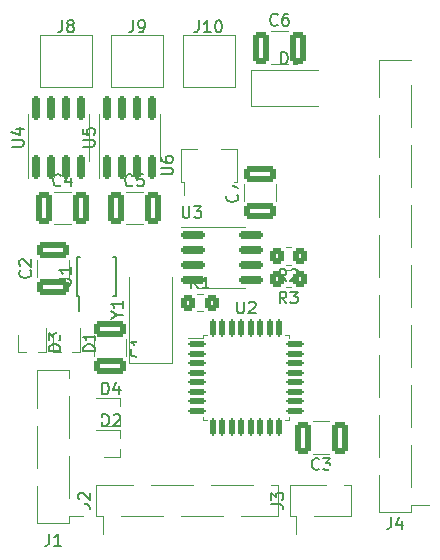
<source format=gto>
G04 #@! TF.GenerationSoftware,KiCad,Pcbnew,6.0.7+dfsg-3*
G04 #@! TF.CreationDate,2022-10-05T14:50:53+02:00*
G04 #@! TF.ProjectId,squeow,73717565-6f77-42e6-9b69-6361645f7063,rev?*
G04 #@! TF.SameCoordinates,Original*
G04 #@! TF.FileFunction,Legend,Top*
G04 #@! TF.FilePolarity,Positive*
%FSLAX46Y46*%
G04 Gerber Fmt 4.6, Leading zero omitted, Abs format (unit mm)*
G04 Created by KiCad (PCBNEW 6.0.7+dfsg-3) date 2022-10-05 14:50:53*
%MOMM*%
%LPD*%
G01*
G04 APERTURE LIST*
G04 Aperture macros list*
%AMRoundRect*
0 Rectangle with rounded corners*
0 $1 Rounding radius*
0 $2 $3 $4 $5 $6 $7 $8 $9 X,Y pos of 4 corners*
0 Add a 4 corners polygon primitive as box body*
4,1,4,$2,$3,$4,$5,$6,$7,$8,$9,$2,$3,0*
0 Add four circle primitives for the rounded corners*
1,1,$1+$1,$2,$3*
1,1,$1+$1,$4,$5*
1,1,$1+$1,$6,$7*
1,1,$1+$1,$8,$9*
0 Add four rect primitives between the rounded corners*
20,1,$1+$1,$2,$3,$4,$5,0*
20,1,$1+$1,$4,$5,$6,$7,0*
20,1,$1+$1,$6,$7,$8,$9,0*
20,1,$1+$1,$8,$9,$2,$3,0*%
%AMFreePoly0*
4,1,9,3.862500,-0.866500,0.737500,-0.866500,0.737500,-0.450000,-0.737500,-0.450000,-0.737500,0.450000,0.737500,0.450000,0.737500,0.866500,3.862500,0.866500,3.862500,-0.866500,3.862500,-0.866500,$1*%
G04 Aperture macros list end*
%ADD10C,0.150000*%
%ADD11C,0.120000*%
%ADD12R,1.000000X2.510000*%
%ADD13RoundRect,0.250000X0.350000X0.450000X-0.350000X0.450000X-0.350000X-0.450000X0.350000X-0.450000X0*%
%ADD14RoundRect,0.250000X-0.412500X-1.100000X0.412500X-1.100000X0.412500X1.100000X-0.412500X1.100000X0*%
%ADD15R,0.900000X1.300000*%
%ADD16FreePoly0,90.000000*%
%ADD17RoundRect,0.125000X-0.625000X-0.125000X0.625000X-0.125000X0.625000X0.125000X-0.625000X0.125000X0*%
%ADD18RoundRect,0.125000X-0.125000X-0.625000X0.125000X-0.625000X0.125000X0.625000X-0.125000X0.625000X0*%
%ADD19R,0.300000X1.400000*%
%ADD20R,0.700000X0.450000*%
%ADD21R,1.900000X1.000000*%
%ADD22RoundRect,0.250000X-1.100000X0.412500X-1.100000X-0.412500X1.100000X-0.412500X1.100000X0.412500X0*%
%ADD23RoundRect,0.250000X0.412500X1.100000X-0.412500X1.100000X-0.412500X-1.100000X0.412500X-1.100000X0*%
%ADD24RoundRect,0.250000X1.100000X-0.412500X1.100000X0.412500X-1.100000X0.412500X-1.100000X-0.412500X0*%
%ADD25RoundRect,0.150000X0.150000X-0.825000X0.150000X0.825000X-0.150000X0.825000X-0.150000X-0.825000X0*%
%ADD26RoundRect,0.150000X-0.825000X-0.150000X0.825000X-0.150000X0.825000X0.150000X-0.825000X0.150000X0*%
%ADD27RoundRect,0.250000X-0.350000X-0.450000X0.350000X-0.450000X0.350000X0.450000X-0.350000X0.450000X0*%
%ADD28R,4.000000X4.000000*%
%ADD29R,0.450000X0.700000*%
%ADD30R,1.500000X2.700000*%
%ADD31R,2.400000X3.500000*%
%ADD32R,2.510000X1.000000*%
G04 APERTURE END LIST*
D10*
X33850780Y-53288333D02*
X34565066Y-53288333D01*
X34707923Y-53335952D01*
X34803161Y-53431190D01*
X34850780Y-53574047D01*
X34850780Y-53669285D01*
X33850780Y-52907380D02*
X33850780Y-52288333D01*
X34231733Y-52621666D01*
X34231733Y-52478809D01*
X34279352Y-52383571D01*
X34326971Y-52335952D01*
X34422209Y-52288333D01*
X34660304Y-52288333D01*
X34755542Y-52335952D01*
X34803161Y-52383571D01*
X34850780Y-52478809D01*
X34850780Y-52764523D01*
X34803161Y-52859761D01*
X34755542Y-52907380D01*
X35123333Y-36265380D02*
X34790000Y-35789190D01*
X34551904Y-36265380D02*
X34551904Y-35265380D01*
X34932857Y-35265380D01*
X35028095Y-35313000D01*
X35075714Y-35360619D01*
X35123333Y-35455857D01*
X35123333Y-35598714D01*
X35075714Y-35693952D01*
X35028095Y-35741571D01*
X34932857Y-35789190D01*
X34551904Y-35789190D01*
X35456666Y-35265380D02*
X36075714Y-35265380D01*
X35742380Y-35646333D01*
X35885238Y-35646333D01*
X35980476Y-35693952D01*
X36028095Y-35741571D01*
X36075714Y-35836809D01*
X36075714Y-36074904D01*
X36028095Y-36170142D01*
X35980476Y-36217761D01*
X35885238Y-36265380D01*
X35599523Y-36265380D01*
X35504285Y-36217761D01*
X35456666Y-36170142D01*
X16012333Y-26251142D02*
X15964714Y-26298761D01*
X15821857Y-26346380D01*
X15726619Y-26346380D01*
X15583761Y-26298761D01*
X15488523Y-26203523D01*
X15440904Y-26108285D01*
X15393285Y-25917809D01*
X15393285Y-25774952D01*
X15440904Y-25584476D01*
X15488523Y-25489238D01*
X15583761Y-25394000D01*
X15726619Y-25346380D01*
X15821857Y-25346380D01*
X15964714Y-25394000D01*
X16012333Y-25441619D01*
X16869476Y-25679714D02*
X16869476Y-26346380D01*
X16631380Y-25298761D02*
X16393285Y-26013047D01*
X17012333Y-26013047D01*
X24527380Y-25353904D02*
X25336904Y-25353904D01*
X25432142Y-25306285D01*
X25479761Y-25258666D01*
X25527380Y-25163428D01*
X25527380Y-24972952D01*
X25479761Y-24877714D01*
X25432142Y-24830095D01*
X25336904Y-24782476D01*
X24527380Y-24782476D01*
X24527380Y-23877714D02*
X24527380Y-24068190D01*
X24575000Y-24163428D01*
X24622619Y-24211047D01*
X24765476Y-24306285D01*
X24955952Y-24353904D01*
X25336904Y-24353904D01*
X25432142Y-24306285D01*
X25479761Y-24258666D01*
X25527380Y-24163428D01*
X25527380Y-23972952D01*
X25479761Y-23877714D01*
X25432142Y-23830095D01*
X25336904Y-23782476D01*
X25098809Y-23782476D01*
X25003571Y-23830095D01*
X24955952Y-23877714D01*
X24908333Y-23972952D01*
X24908333Y-24163428D01*
X24955952Y-24258666D01*
X25003571Y-24306285D01*
X25098809Y-24353904D01*
X34377333Y-12662142D02*
X34329714Y-12709761D01*
X34186857Y-12757380D01*
X34091619Y-12757380D01*
X33948761Y-12709761D01*
X33853523Y-12614523D01*
X33805904Y-12519285D01*
X33758285Y-12328809D01*
X33758285Y-12185952D01*
X33805904Y-11995476D01*
X33853523Y-11900238D01*
X33948761Y-11805000D01*
X34091619Y-11757380D01*
X34186857Y-11757380D01*
X34329714Y-11805000D01*
X34377333Y-11852619D01*
X35234476Y-11757380D02*
X35044000Y-11757380D01*
X34948761Y-11805000D01*
X34901142Y-11852619D01*
X34805904Y-11995476D01*
X34758285Y-12185952D01*
X34758285Y-12566904D01*
X34805904Y-12662142D01*
X34853523Y-12709761D01*
X34948761Y-12757380D01*
X35139238Y-12757380D01*
X35234476Y-12709761D01*
X35282095Y-12662142D01*
X35329714Y-12566904D01*
X35329714Y-12328809D01*
X35282095Y-12233571D01*
X35234476Y-12185952D01*
X35139238Y-12138333D01*
X34948761Y-12138333D01*
X34853523Y-12185952D01*
X34805904Y-12233571D01*
X34758285Y-12328809D01*
X30949595Y-36117380D02*
X30949595Y-36926904D01*
X30997214Y-37022142D01*
X31044833Y-37069761D01*
X31140071Y-37117380D01*
X31330547Y-37117380D01*
X31425785Y-37069761D01*
X31473404Y-37022142D01*
X31521023Y-36926904D01*
X31521023Y-36117380D01*
X31949595Y-36212619D02*
X31997214Y-36165000D01*
X32092452Y-36117380D01*
X32330547Y-36117380D01*
X32425785Y-36165000D01*
X32473404Y-36212619D01*
X32521023Y-36307857D01*
X32521023Y-36403095D01*
X32473404Y-36545952D01*
X31901976Y-37117380D01*
X32521023Y-37117380D01*
X15894380Y-34756904D02*
X16703904Y-34756904D01*
X16799142Y-34709285D01*
X16846761Y-34661666D01*
X16894380Y-34566428D01*
X16894380Y-34375952D01*
X16846761Y-34280714D01*
X16799142Y-34233095D01*
X16703904Y-34185476D01*
X15894380Y-34185476D01*
X16894380Y-33185476D02*
X16894380Y-33756904D01*
X16894380Y-33471190D02*
X15894380Y-33471190D01*
X16037238Y-33566428D01*
X16132476Y-33661666D01*
X16180095Y-33756904D01*
X22096833Y-26251142D02*
X22049214Y-26298761D01*
X21906357Y-26346380D01*
X21811119Y-26346380D01*
X21668261Y-26298761D01*
X21573023Y-26203523D01*
X21525404Y-26108285D01*
X21477785Y-25917809D01*
X21477785Y-25774952D01*
X21525404Y-25584476D01*
X21573023Y-25489238D01*
X21668261Y-25394000D01*
X21811119Y-25346380D01*
X21906357Y-25346380D01*
X22049214Y-25394000D01*
X22096833Y-25441619D01*
X23001595Y-25346380D02*
X22525404Y-25346380D01*
X22477785Y-25822571D01*
X22525404Y-25774952D01*
X22620642Y-25727333D01*
X22858738Y-25727333D01*
X22953976Y-25774952D01*
X23001595Y-25822571D01*
X23049214Y-25917809D01*
X23049214Y-26155904D01*
X23001595Y-26251142D01*
X22953976Y-26298761D01*
X22858738Y-26346380D01*
X22620642Y-26346380D01*
X22525404Y-26298761D01*
X22477785Y-26251142D01*
X35123333Y-34360380D02*
X34790000Y-33884190D01*
X34551904Y-34360380D02*
X34551904Y-33360380D01*
X34932857Y-33360380D01*
X35028095Y-33408000D01*
X35075714Y-33455619D01*
X35123333Y-33550857D01*
X35123333Y-33693714D01*
X35075714Y-33788952D01*
X35028095Y-33836571D01*
X34932857Y-33884190D01*
X34551904Y-33884190D01*
X35504285Y-33455619D02*
X35551904Y-33408000D01*
X35647142Y-33360380D01*
X35885238Y-33360380D01*
X35980476Y-33408000D01*
X36028095Y-33455619D01*
X36075714Y-33550857D01*
X36075714Y-33646095D01*
X36028095Y-33788952D01*
X35456666Y-34360380D01*
X36075714Y-34360380D01*
X19515904Y-43968380D02*
X19515904Y-42968380D01*
X19754000Y-42968380D01*
X19896857Y-43016000D01*
X19992095Y-43111238D01*
X20039714Y-43206476D01*
X20087333Y-43396952D01*
X20087333Y-43539809D01*
X20039714Y-43730285D01*
X19992095Y-43825523D01*
X19896857Y-43920761D01*
X19754000Y-43968380D01*
X19515904Y-43968380D01*
X20944476Y-43301714D02*
X20944476Y-43968380D01*
X20706380Y-42920761D02*
X20468285Y-43635047D01*
X21087333Y-43635047D01*
X15034666Y-55789380D02*
X15034666Y-56503666D01*
X14987047Y-56646523D01*
X14891809Y-56741761D01*
X14748952Y-56789380D01*
X14653714Y-56789380D01*
X16034666Y-56789380D02*
X15463238Y-56789380D01*
X15748952Y-56789380D02*
X15748952Y-55789380D01*
X15653714Y-55932238D01*
X15558476Y-56027476D01*
X15463238Y-56075095D01*
X22850142Y-40171666D02*
X22897761Y-40219285D01*
X22945380Y-40362142D01*
X22945380Y-40457380D01*
X22897761Y-40600238D01*
X22802523Y-40695476D01*
X22707285Y-40743095D01*
X22516809Y-40790714D01*
X22373952Y-40790714D01*
X22183476Y-40743095D01*
X22088238Y-40695476D01*
X21993000Y-40600238D01*
X21945380Y-40457380D01*
X21945380Y-40362142D01*
X21993000Y-40219285D01*
X22040619Y-40171666D01*
X22945380Y-39219285D02*
X22945380Y-39790714D01*
X22945380Y-39505000D02*
X21945380Y-39505000D01*
X22088238Y-39600238D01*
X22183476Y-39695476D01*
X22231095Y-39790714D01*
X37894833Y-50282142D02*
X37847214Y-50329761D01*
X37704357Y-50377380D01*
X37609119Y-50377380D01*
X37466261Y-50329761D01*
X37371023Y-50234523D01*
X37323404Y-50139285D01*
X37275785Y-49948809D01*
X37275785Y-49805952D01*
X37323404Y-49615476D01*
X37371023Y-49520238D01*
X37466261Y-49425000D01*
X37609119Y-49377380D01*
X37704357Y-49377380D01*
X37847214Y-49425000D01*
X37894833Y-49472619D01*
X38228166Y-49377380D02*
X38847214Y-49377380D01*
X38513880Y-49758333D01*
X38656738Y-49758333D01*
X38751976Y-49805952D01*
X38799595Y-49853571D01*
X38847214Y-49948809D01*
X38847214Y-50186904D01*
X38799595Y-50282142D01*
X38751976Y-50329761D01*
X38656738Y-50377380D01*
X38371023Y-50377380D01*
X38275785Y-50329761D01*
X38228166Y-50282142D01*
X30950142Y-27052166D02*
X30997761Y-27099785D01*
X31045380Y-27242642D01*
X31045380Y-27337880D01*
X30997761Y-27480738D01*
X30902523Y-27575976D01*
X30807285Y-27623595D01*
X30616809Y-27671214D01*
X30473952Y-27671214D01*
X30283476Y-27623595D01*
X30188238Y-27575976D01*
X30093000Y-27480738D01*
X30045380Y-27337880D01*
X30045380Y-27242642D01*
X30093000Y-27099785D01*
X30140619Y-27052166D01*
X30045380Y-26718833D02*
X30045380Y-26052166D01*
X31045380Y-26480738D01*
X11888880Y-22986904D02*
X12698404Y-22986904D01*
X12793642Y-22939285D01*
X12841261Y-22891666D01*
X12888880Y-22796428D01*
X12888880Y-22605952D01*
X12841261Y-22510714D01*
X12793642Y-22463095D01*
X12698404Y-22415476D01*
X11888880Y-22415476D01*
X12222214Y-21510714D02*
X12888880Y-21510714D01*
X11841261Y-21748809D02*
X12555547Y-21986904D01*
X12555547Y-21367857D01*
X26351095Y-28027380D02*
X26351095Y-28836904D01*
X26398714Y-28932142D01*
X26446333Y-28979761D01*
X26541571Y-29027380D01*
X26732047Y-29027380D01*
X26827285Y-28979761D01*
X26874904Y-28932142D01*
X26922523Y-28836904D01*
X26922523Y-28027380D01*
X27303476Y-28027380D02*
X27922523Y-28027380D01*
X27589190Y-28408333D01*
X27732047Y-28408333D01*
X27827285Y-28455952D01*
X27874904Y-28503571D01*
X27922523Y-28598809D01*
X27922523Y-28836904D01*
X27874904Y-28932142D01*
X27827285Y-28979761D01*
X27732047Y-29027380D01*
X27446333Y-29027380D01*
X27351095Y-28979761D01*
X27303476Y-28932142D01*
X27630333Y-34997380D02*
X27297000Y-34521190D01*
X27058904Y-34997380D02*
X27058904Y-33997380D01*
X27439857Y-33997380D01*
X27535095Y-34045000D01*
X27582714Y-34092619D01*
X27630333Y-34187857D01*
X27630333Y-34330714D01*
X27582714Y-34425952D01*
X27535095Y-34473571D01*
X27439857Y-34521190D01*
X27058904Y-34521190D01*
X28582714Y-34997380D02*
X28011285Y-34997380D01*
X28297000Y-34997380D02*
X28297000Y-33997380D01*
X28201761Y-34140238D01*
X28106523Y-34235476D01*
X28011285Y-34283095D01*
X13424142Y-33479166D02*
X13471761Y-33526785D01*
X13519380Y-33669642D01*
X13519380Y-33764880D01*
X13471761Y-33907738D01*
X13376523Y-34002976D01*
X13281285Y-34050595D01*
X13090809Y-34098214D01*
X12947952Y-34098214D01*
X12757476Y-34050595D01*
X12662238Y-34002976D01*
X12567000Y-33907738D01*
X12519380Y-33764880D01*
X12519380Y-33669642D01*
X12567000Y-33526785D01*
X12614619Y-33479166D01*
X12614619Y-33098214D02*
X12567000Y-33050595D01*
X12519380Y-32955357D01*
X12519380Y-32717261D01*
X12567000Y-32622023D01*
X12614619Y-32574404D01*
X12709857Y-32526785D01*
X12805095Y-32526785D01*
X12947952Y-32574404D01*
X13519380Y-33145833D01*
X13519380Y-32526785D01*
X27726976Y-12302380D02*
X27726976Y-13016666D01*
X27679357Y-13159523D01*
X27584119Y-13254761D01*
X27441261Y-13302380D01*
X27346023Y-13302380D01*
X28726976Y-13302380D02*
X28155547Y-13302380D01*
X28441261Y-13302380D02*
X28441261Y-12302380D01*
X28346023Y-12445238D01*
X28250785Y-12540476D01*
X28155547Y-12588095D01*
X29346023Y-12302380D02*
X29441261Y-12302380D01*
X29536500Y-12350000D01*
X29584119Y-12397619D01*
X29631738Y-12492857D01*
X29679357Y-12683333D01*
X29679357Y-12921428D01*
X29631738Y-13111904D01*
X29584119Y-13207142D01*
X29536500Y-13254761D01*
X29441261Y-13302380D01*
X29346023Y-13302380D01*
X29250785Y-13254761D01*
X29203166Y-13207142D01*
X29155547Y-13111904D01*
X29107928Y-12921428D01*
X29107928Y-12683333D01*
X29155547Y-12492857D01*
X29203166Y-12397619D01*
X29250785Y-12350000D01*
X29346023Y-12302380D01*
X17493180Y-53288333D02*
X18207466Y-53288333D01*
X18350323Y-53335952D01*
X18445561Y-53431190D01*
X18493180Y-53574047D01*
X18493180Y-53669285D01*
X17588419Y-52859761D02*
X17540800Y-52812142D01*
X17493180Y-52716904D01*
X17493180Y-52478809D01*
X17540800Y-52383571D01*
X17588419Y-52335952D01*
X17683657Y-52288333D01*
X17778895Y-52288333D01*
X17921752Y-52335952D01*
X18493180Y-52907380D01*
X18493180Y-52288333D01*
X18912380Y-40312095D02*
X17912380Y-40312095D01*
X17912380Y-40074000D01*
X17960000Y-39931142D01*
X18055238Y-39835904D01*
X18150476Y-39788285D01*
X18340952Y-39740666D01*
X18483809Y-39740666D01*
X18674285Y-39788285D01*
X18769523Y-39835904D01*
X18864761Y-39931142D01*
X18912380Y-40074000D01*
X18912380Y-40312095D01*
X18912380Y-38788285D02*
X18912380Y-39359714D01*
X18912380Y-39074000D02*
X17912380Y-39074000D01*
X18055238Y-39169238D01*
X18150476Y-39264476D01*
X18198095Y-39359714D01*
X16138166Y-12302380D02*
X16138166Y-13016666D01*
X16090547Y-13159523D01*
X15995309Y-13254761D01*
X15852452Y-13302380D01*
X15757214Y-13302380D01*
X16757214Y-12730952D02*
X16661976Y-12683333D01*
X16614357Y-12635714D01*
X16566738Y-12540476D01*
X16566738Y-12492857D01*
X16614357Y-12397619D01*
X16661976Y-12350000D01*
X16757214Y-12302380D01*
X16947690Y-12302380D01*
X17042928Y-12350000D01*
X17090547Y-12397619D01*
X17138166Y-12492857D01*
X17138166Y-12540476D01*
X17090547Y-12635714D01*
X17042928Y-12683333D01*
X16947690Y-12730952D01*
X16757214Y-12730952D01*
X16661976Y-12778571D01*
X16614357Y-12826190D01*
X16566738Y-12921428D01*
X16566738Y-13111904D01*
X16614357Y-13207142D01*
X16661976Y-13254761D01*
X16757214Y-13302380D01*
X16947690Y-13302380D01*
X17042928Y-13254761D01*
X17090547Y-13207142D01*
X17138166Y-13111904D01*
X17138166Y-12921428D01*
X17090547Y-12826190D01*
X17042928Y-12778571D01*
X16947690Y-12730952D01*
X15991380Y-40312095D02*
X14991380Y-40312095D01*
X14991380Y-40074000D01*
X15039000Y-39931142D01*
X15134238Y-39835904D01*
X15229476Y-39788285D01*
X15419952Y-39740666D01*
X15562809Y-39740666D01*
X15753285Y-39788285D01*
X15848523Y-39835904D01*
X15943761Y-39931142D01*
X15991380Y-40074000D01*
X15991380Y-40312095D01*
X14991380Y-39407333D02*
X14991380Y-38788285D01*
X15372333Y-39121619D01*
X15372333Y-38978761D01*
X15419952Y-38883523D01*
X15467571Y-38835904D01*
X15562809Y-38788285D01*
X15800904Y-38788285D01*
X15896142Y-38835904D01*
X15943761Y-38883523D01*
X15991380Y-38978761D01*
X15991380Y-39264476D01*
X15943761Y-39359714D01*
X15896142Y-39407333D01*
X34694904Y-15986380D02*
X34694904Y-14986380D01*
X34933000Y-14986380D01*
X35075857Y-15034000D01*
X35171095Y-15129238D01*
X35218714Y-15224476D01*
X35266333Y-15414952D01*
X35266333Y-15557809D01*
X35218714Y-15748285D01*
X35171095Y-15843523D01*
X35075857Y-15938761D01*
X34933000Y-15986380D01*
X34694904Y-15986380D01*
X36171095Y-14986380D02*
X35694904Y-14986380D01*
X35647285Y-15462571D01*
X35694904Y-15414952D01*
X35790142Y-15367333D01*
X36028238Y-15367333D01*
X36123476Y-15414952D01*
X36171095Y-15462571D01*
X36218714Y-15557809D01*
X36218714Y-15795904D01*
X36171095Y-15891142D01*
X36123476Y-15938761D01*
X36028238Y-15986380D01*
X35790142Y-15986380D01*
X35694904Y-15938761D01*
X35647285Y-15891142D01*
X19547904Y-46635380D02*
X19547904Y-45635380D01*
X19786000Y-45635380D01*
X19928857Y-45683000D01*
X20024095Y-45778238D01*
X20071714Y-45873476D01*
X20119333Y-46063952D01*
X20119333Y-46206809D01*
X20071714Y-46397285D01*
X20024095Y-46492523D01*
X19928857Y-46587761D01*
X19786000Y-46635380D01*
X19547904Y-46635380D01*
X20500285Y-45730619D02*
X20547904Y-45683000D01*
X20643142Y-45635380D01*
X20881238Y-45635380D01*
X20976476Y-45683000D01*
X21024095Y-45730619D01*
X21071714Y-45825857D01*
X21071714Y-45921095D01*
X21024095Y-46063952D01*
X20452666Y-46635380D01*
X21071714Y-46635380D01*
X17896380Y-22986904D02*
X18705904Y-22986904D01*
X18801142Y-22939285D01*
X18848761Y-22891666D01*
X18896380Y-22796428D01*
X18896380Y-22605952D01*
X18848761Y-22510714D01*
X18801142Y-22463095D01*
X18705904Y-22415476D01*
X17896380Y-22415476D01*
X17896380Y-21463095D02*
X17896380Y-21939285D01*
X18372571Y-21986904D01*
X18324952Y-21939285D01*
X18277333Y-21844047D01*
X18277333Y-21605952D01*
X18324952Y-21510714D01*
X18372571Y-21463095D01*
X18467809Y-21415476D01*
X18705904Y-21415476D01*
X18801142Y-21463095D01*
X18848761Y-21510714D01*
X18896380Y-21605952D01*
X18896380Y-21844047D01*
X18848761Y-21939285D01*
X18801142Y-21986904D01*
X22145666Y-12302380D02*
X22145666Y-13016666D01*
X22098047Y-13159523D01*
X22002809Y-13254761D01*
X21859952Y-13302380D01*
X21764714Y-13302380D01*
X22669476Y-13302380D02*
X22859952Y-13302380D01*
X22955190Y-13254761D01*
X23002809Y-13207142D01*
X23098047Y-13064285D01*
X23145666Y-12873809D01*
X23145666Y-12492857D01*
X23098047Y-12397619D01*
X23050428Y-12350000D01*
X22955190Y-12302380D01*
X22764714Y-12302380D01*
X22669476Y-12350000D01*
X22621857Y-12397619D01*
X22574238Y-12492857D01*
X22574238Y-12730952D01*
X22621857Y-12826190D01*
X22669476Y-12873809D01*
X22764714Y-12921428D01*
X22955190Y-12921428D01*
X23050428Y-12873809D01*
X23098047Y-12826190D01*
X23145666Y-12730952D01*
X20798190Y-37246190D02*
X21274380Y-37246190D01*
X20274380Y-37579523D02*
X20798190Y-37246190D01*
X20274380Y-36912857D01*
X21274380Y-36055714D02*
X21274380Y-36627142D01*
X21274380Y-36341428D02*
X20274380Y-36341428D01*
X20417238Y-36436666D01*
X20512476Y-36531904D01*
X20560095Y-36627142D01*
X43989666Y-54360380D02*
X43989666Y-55074666D01*
X43942047Y-55217523D01*
X43846809Y-55312761D01*
X43703952Y-55360380D01*
X43608714Y-55360380D01*
X44894428Y-54693714D02*
X44894428Y-55360380D01*
X44656333Y-54312761D02*
X44418238Y-55027047D01*
X45037285Y-55027047D01*
D11*
X35968400Y-54285000D02*
X35968400Y-55805000D01*
X40028400Y-51625000D02*
X40598400Y-51625000D01*
X37488400Y-54285000D02*
X40598400Y-54285000D01*
X35398400Y-54285000D02*
X35968400Y-54285000D01*
X35398400Y-51625000D02*
X38508400Y-51625000D01*
X35398400Y-54285000D02*
X35398400Y-51625000D01*
X40598400Y-54285000D02*
X40598400Y-51625000D01*
X35517064Y-33428000D02*
X35062936Y-33428000D01*
X35517064Y-34898000D02*
X35062936Y-34898000D01*
X15467748Y-29554000D02*
X16890252Y-29554000D01*
X15467748Y-26834000D02*
X16890252Y-26834000D01*
X30935000Y-23232000D02*
X30935000Y-25952000D01*
X26215000Y-23232000D02*
X27525000Y-23232000D01*
X26445000Y-27092000D02*
X26445000Y-25952000D01*
X30935000Y-25952000D02*
X30705000Y-25952000D01*
X26215000Y-25952000D02*
X26215000Y-23232000D01*
X26215000Y-25952000D02*
X26445000Y-25952000D01*
X29625000Y-23232000D02*
X30935000Y-23232000D01*
X33832748Y-15965000D02*
X35255252Y-15965000D01*
X33832748Y-13245000D02*
X35255252Y-13245000D01*
X28401500Y-38935000D02*
X28101500Y-38935000D01*
X35321500Y-38935000D02*
X35321500Y-39235000D01*
X35021500Y-38935000D02*
X35321500Y-38935000D01*
X28101500Y-38935000D02*
X28101500Y-39235000D01*
X35321500Y-46155000D02*
X35321500Y-45855000D01*
X28101500Y-46155000D02*
X28101500Y-45855000D01*
X35021500Y-46155000D02*
X35321500Y-46155000D01*
X28101500Y-39235000D02*
X26786500Y-39235000D01*
X28401500Y-46155000D02*
X28101500Y-46155000D01*
D10*
X17367000Y-32320000D02*
X17667000Y-32320000D01*
X20717000Y-35670000D02*
X20417000Y-35670000D01*
X17367000Y-35670000D02*
X17592000Y-35670000D01*
X17592000Y-35670000D02*
X17592000Y-36895000D01*
X20717000Y-32320000D02*
X20417000Y-32320000D01*
X17367000Y-35670000D02*
X17367000Y-32320000D01*
X20717000Y-35670000D02*
X20717000Y-32320000D01*
D11*
X21552248Y-29554000D02*
X22974752Y-29554000D01*
X21552248Y-26834000D02*
X22974752Y-26834000D01*
X35517064Y-31523000D02*
X35062936Y-31523000D01*
X35517064Y-32993000D02*
X35062936Y-32993000D01*
X21034000Y-45966000D02*
X21034000Y-46626000D01*
X21034000Y-44306000D02*
X21034000Y-44966000D01*
X21034000Y-44306000D02*
X19004000Y-44306000D01*
X19624000Y-46626000D02*
X21034000Y-46626000D01*
X17908000Y-54227000D02*
X16698000Y-54227000D01*
X14038000Y-45087000D02*
X14038000Y-41877000D01*
X16698000Y-54897000D02*
X16698000Y-54227000D01*
X16698000Y-42547000D02*
X16698000Y-41877000D01*
X16698000Y-54897000D02*
X14038000Y-54897000D01*
X16698000Y-47627000D02*
X16698000Y-44067000D01*
X16698000Y-52707000D02*
X16698000Y-49147000D01*
X14038000Y-50167000D02*
X14038000Y-46607000D01*
X14038000Y-54897000D02*
X14038000Y-51687000D01*
X16698000Y-41877000D02*
X14038000Y-41877000D01*
X18833000Y-39293748D02*
X18833000Y-40716252D01*
X21553000Y-39293748D02*
X21553000Y-40716252D01*
X38772752Y-48985000D02*
X37350248Y-48985000D01*
X38772752Y-46265000D02*
X37350248Y-46265000D01*
X34253000Y-27596752D02*
X34253000Y-26174248D01*
X31533000Y-27596752D02*
X31533000Y-26174248D01*
X13276500Y-22225000D02*
X13276500Y-25675000D01*
X13276500Y-22225000D02*
X13276500Y-20275000D01*
X18396500Y-22225000D02*
X18396500Y-24175000D01*
X18396500Y-22225000D02*
X18396500Y-20275000D01*
X29653000Y-34945000D02*
X31603000Y-34945000D01*
X29653000Y-34945000D02*
X27703000Y-34945000D01*
X29653000Y-29825000D02*
X31603000Y-29825000D01*
X29653000Y-29825000D02*
X26203000Y-29825000D01*
X27569936Y-36930000D02*
X28024064Y-36930000D01*
X27569936Y-35460000D02*
X28024064Y-35460000D01*
X16727000Y-34023752D02*
X16727000Y-32601248D01*
X14007000Y-34023752D02*
X14007000Y-32601248D01*
X26336500Y-17948000D02*
X26336500Y-13548000D01*
X30736500Y-17948000D02*
X26336500Y-17948000D01*
X30736500Y-13548000D02*
X30736500Y-17948000D01*
X26336500Y-13548000D02*
X30736500Y-13548000D01*
X26210800Y-54285000D02*
X29770800Y-54285000D01*
X31290800Y-54285000D02*
X34400800Y-54285000D01*
X28750800Y-51625000D02*
X32310800Y-51625000D01*
X19040800Y-54285000D02*
X19040800Y-51625000D01*
X34400800Y-54285000D02*
X34400800Y-51625000D01*
X21130800Y-54285000D02*
X24690800Y-54285000D01*
X33830800Y-51625000D02*
X34400800Y-51625000D01*
X19040800Y-54285000D02*
X19610800Y-54285000D01*
X19040800Y-51625000D02*
X22150800Y-51625000D01*
X23670800Y-51625000D02*
X27230800Y-51625000D01*
X19610800Y-54285000D02*
X19610800Y-55805000D01*
X17670000Y-40354000D02*
X17670000Y-38324000D01*
X16010000Y-40354000D02*
X15350000Y-40354000D01*
X17670000Y-40354000D02*
X17010000Y-40354000D01*
X15350000Y-38944000D02*
X15350000Y-40354000D01*
X18671500Y-13548000D02*
X18671500Y-17948000D01*
X14271500Y-17948000D02*
X14271500Y-13548000D01*
X18671500Y-17948000D02*
X14271500Y-17948000D01*
X14271500Y-13548000D02*
X18671500Y-13548000D01*
X12429000Y-38944000D02*
X12429000Y-40354000D01*
X14749000Y-40354000D02*
X14089000Y-40354000D01*
X14749000Y-40354000D02*
X14749000Y-38324000D01*
X13089000Y-40354000D02*
X12429000Y-40354000D01*
X32133000Y-16534000D02*
X32133000Y-19534000D01*
X32133000Y-19534000D02*
X37833000Y-19534000D01*
X37833000Y-16534000D02*
X32133000Y-16534000D01*
X19656000Y-49293000D02*
X21066000Y-49293000D01*
X21066000Y-48633000D02*
X21066000Y-49293000D01*
X21066000Y-46973000D02*
X21066000Y-47633000D01*
X21066000Y-46973000D02*
X19036000Y-46973000D01*
X24404000Y-22225000D02*
X24404000Y-20275000D01*
X19284000Y-22225000D02*
X19284000Y-20275000D01*
X19284000Y-22225000D02*
X19284000Y-25675000D01*
X24404000Y-22225000D02*
X24404000Y-24175000D01*
X24679000Y-13548000D02*
X24679000Y-17948000D01*
X24679000Y-17948000D02*
X20279000Y-17948000D01*
X20279000Y-13548000D02*
X24679000Y-13548000D01*
X20279000Y-17948000D02*
X20279000Y-13548000D01*
X21822000Y-41320000D02*
X25422000Y-41320000D01*
X25422000Y-41320000D02*
X25422000Y-34070000D01*
X21822000Y-34070000D02*
X21822000Y-41320000D01*
X45653000Y-53908000D02*
X42993000Y-53908000D01*
X42993000Y-44198000D02*
X42993000Y-40638000D01*
X42993000Y-53908000D02*
X42993000Y-50798000D01*
X45653000Y-31498000D02*
X45653000Y-27938000D01*
X42993000Y-28958000D02*
X42993000Y-25398000D01*
X45653000Y-46738000D02*
X45653000Y-43178000D01*
X45653000Y-21338000D02*
X45653000Y-17778000D01*
X45653000Y-51818000D02*
X45653000Y-48258000D01*
X42993000Y-16258000D02*
X42993000Y-15688000D01*
X45653000Y-53908000D02*
X45653000Y-53338000D01*
X42993000Y-34038000D02*
X42993000Y-30478000D01*
X45653000Y-15688000D02*
X42993000Y-15688000D01*
X42993000Y-18798000D02*
X42993000Y-15688000D01*
X45653000Y-41658000D02*
X45653000Y-38098000D01*
X42993000Y-39118000D02*
X42993000Y-35558000D01*
X45653000Y-26418000D02*
X45653000Y-22858000D01*
X42993000Y-23878000D02*
X42993000Y-20318000D01*
X45653000Y-53338000D02*
X47173000Y-53338000D01*
X45653000Y-36578000D02*
X45653000Y-33018000D01*
X42993000Y-49278000D02*
X42993000Y-45718000D01*
%LPC*%
D12*
X36728400Y-54610000D03*
X39268400Y-51300000D03*
D13*
X36290000Y-34163000D03*
X34290000Y-34163000D03*
D14*
X14616500Y-28194000D03*
X17741500Y-28194000D03*
D15*
X27075000Y-26542000D03*
D16*
X28575000Y-26454500D03*
D15*
X30075000Y-26542000D03*
D14*
X32981500Y-14605000D03*
X36106500Y-14605000D03*
D17*
X27536500Y-39745000D03*
X27536500Y-40545000D03*
X27536500Y-41345000D03*
X27536500Y-42145000D03*
X27536500Y-42945000D03*
X27536500Y-43745000D03*
X27536500Y-44545000D03*
X27536500Y-45345000D03*
D18*
X28911500Y-46720000D03*
X29711500Y-46720000D03*
X30511500Y-46720000D03*
X31311500Y-46720000D03*
X32111500Y-46720000D03*
X32911500Y-46720000D03*
X33711500Y-46720000D03*
X34511500Y-46720000D03*
D17*
X35886500Y-45345000D03*
X35886500Y-44545000D03*
X35886500Y-43745000D03*
X35886500Y-42945000D03*
X35886500Y-42145000D03*
X35886500Y-41345000D03*
X35886500Y-40545000D03*
X35886500Y-39745000D03*
D18*
X34511500Y-38370000D03*
X33711500Y-38370000D03*
X32911500Y-38370000D03*
X32111500Y-38370000D03*
X31311500Y-38370000D03*
X30511500Y-38370000D03*
X29711500Y-38370000D03*
X28911500Y-38370000D03*
D19*
X18042000Y-36195000D03*
X18542000Y-36195000D03*
X19042000Y-36195000D03*
X19542000Y-36195000D03*
X20042000Y-36195000D03*
X20042000Y-31795000D03*
X19542000Y-31795000D03*
X19042000Y-31795000D03*
X18542000Y-31795000D03*
X18042000Y-31795000D03*
D14*
X20701000Y-28194000D03*
X23826000Y-28194000D03*
D13*
X36290000Y-32258000D03*
X34290000Y-32258000D03*
D20*
X19304000Y-44816000D03*
X19304000Y-46116000D03*
X21304000Y-45466000D03*
D21*
X17018000Y-53467000D03*
X13718000Y-50927000D03*
X17018000Y-48387000D03*
X13718000Y-45847000D03*
X17018000Y-43307000D03*
D22*
X20193000Y-38442500D03*
X20193000Y-41567500D03*
D23*
X39624000Y-47625000D03*
X36499000Y-47625000D03*
D24*
X32893000Y-28448000D03*
X32893000Y-25323000D03*
D25*
X13931500Y-24700000D03*
X15201500Y-24700000D03*
X16471500Y-24700000D03*
X17741500Y-24700000D03*
X17741500Y-19750000D03*
X16471500Y-19750000D03*
X15201500Y-19750000D03*
X13931500Y-19750000D03*
D26*
X27178000Y-30480000D03*
X27178000Y-31750000D03*
X27178000Y-33020000D03*
X27178000Y-34290000D03*
X32128000Y-34290000D03*
X32128000Y-33020000D03*
X32128000Y-31750000D03*
X32128000Y-30480000D03*
D27*
X26797000Y-36195000D03*
X28797000Y-36195000D03*
D24*
X15367000Y-34875000D03*
X15367000Y-31750000D03*
D28*
X28536500Y-15748000D03*
D12*
X20370800Y-54610000D03*
X22910800Y-51300000D03*
X25450800Y-54610000D03*
X27990800Y-51300000D03*
X30530800Y-54610000D03*
X33070800Y-51300000D03*
D29*
X17160000Y-38624000D03*
X15860000Y-38624000D03*
X16510000Y-40624000D03*
D28*
X16471500Y-15748000D03*
D29*
X14239000Y-38624000D03*
X12939000Y-38624000D03*
X13589000Y-40624000D03*
D30*
X33033000Y-18034000D03*
X37833000Y-18034000D03*
D20*
X19336000Y-47483000D03*
X19336000Y-48783000D03*
X21336000Y-48133000D03*
D25*
X19939000Y-24700000D03*
X21209000Y-24700000D03*
X22479000Y-24700000D03*
X23749000Y-24700000D03*
X23749000Y-19750000D03*
X22479000Y-19750000D03*
X21209000Y-19750000D03*
X19939000Y-19750000D03*
D28*
X22479000Y-15748000D03*
D31*
X23622000Y-39370000D03*
X23622000Y-34170000D03*
D32*
X45978000Y-52578000D03*
X42668000Y-50038000D03*
X45978000Y-47498000D03*
X42668000Y-44958000D03*
X45978000Y-42418000D03*
X42668000Y-39878000D03*
X45978000Y-37338000D03*
X42668000Y-34798000D03*
X45978000Y-32258000D03*
X42668000Y-29718000D03*
X45978000Y-27178000D03*
X42668000Y-24638000D03*
X45978000Y-22098000D03*
X42668000Y-19558000D03*
X45978000Y-17018000D03*
M02*

</source>
